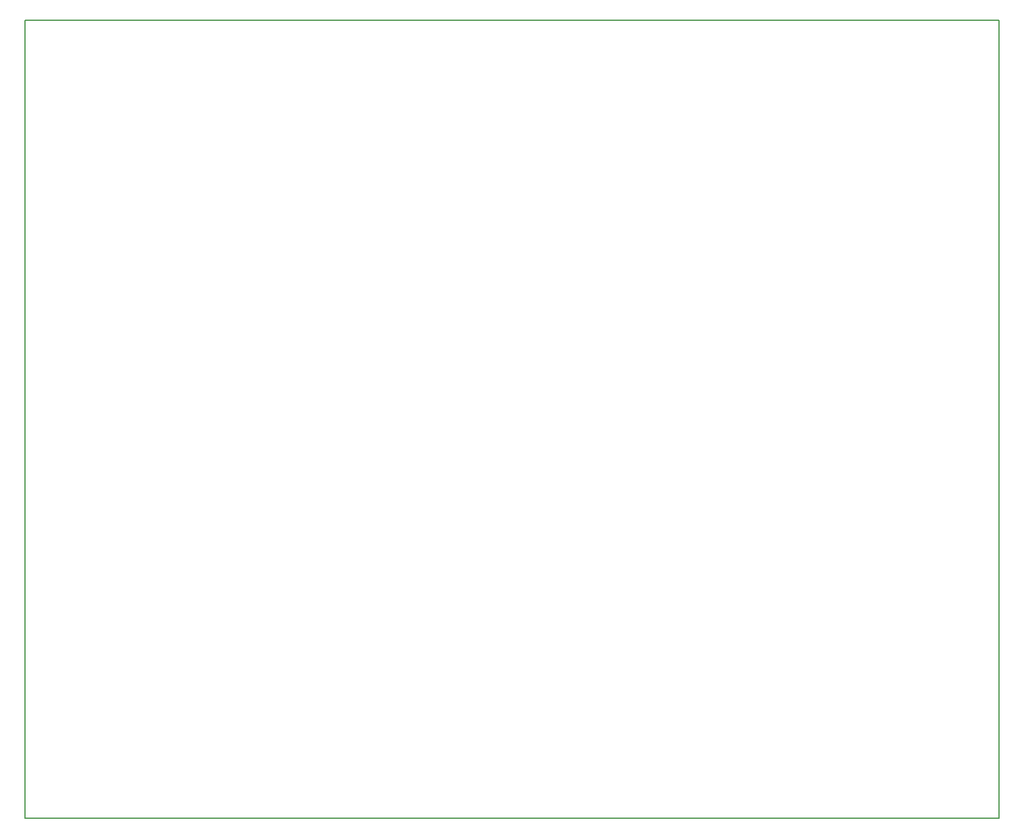
<source format=gm1>
G04 #@! TF.GenerationSoftware,KiCad,Pcbnew,8.0.9-8.0.9-0~ubuntu24.04.1*
G04 #@! TF.CreationDate,2025-02-19T21:10:22+00:00*
G04 #@! TF.ProjectId,rusefiSTI2004,72757365-6669-4535-9449-323030342e6b,rev?*
G04 #@! TF.SameCoordinates,Original*
G04 #@! TF.FileFunction,Profile,NP*
%FSLAX46Y46*%
G04 Gerber Fmt 4.6, Leading zero omitted, Abs format (unit mm)*
G04 Created by KiCad (PCBNEW 8.0.9-8.0.9-0~ubuntu24.04.1) date 2025-02-19 21:10:22*
%MOMM*%
%LPD*%
G01*
G04 APERTURE LIST*
G04 #@! TA.AperFunction,Profile*
%ADD10C,0.200000*%
G04 #@! TD*
G04 APERTURE END LIST*
D10*
X0Y113600000D02*
X138600000Y113600000D01*
X138600000Y0D01*
X0Y0D01*
X0Y113600000D01*
M02*

</source>
